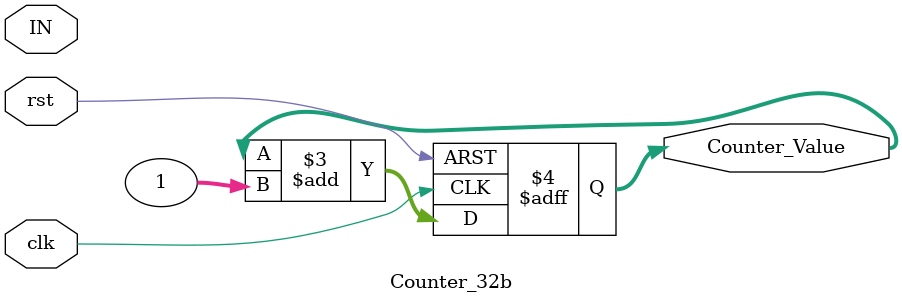
<source format=v>
module Counter_32b (
    input wire [31:0] IN,
    input wire        clk,
    input wire        rst,

    output reg [31:0] Counter_Value
);

always @ (posedge clk or negedge rst )
begin
    if (!rst)
    begin
        Counter_Value <= 32'b0;
    end 
    else 
    begin
        Counter_Value <= Counter_Value + 32'b1;
    end 
end

endmodule
</source>
